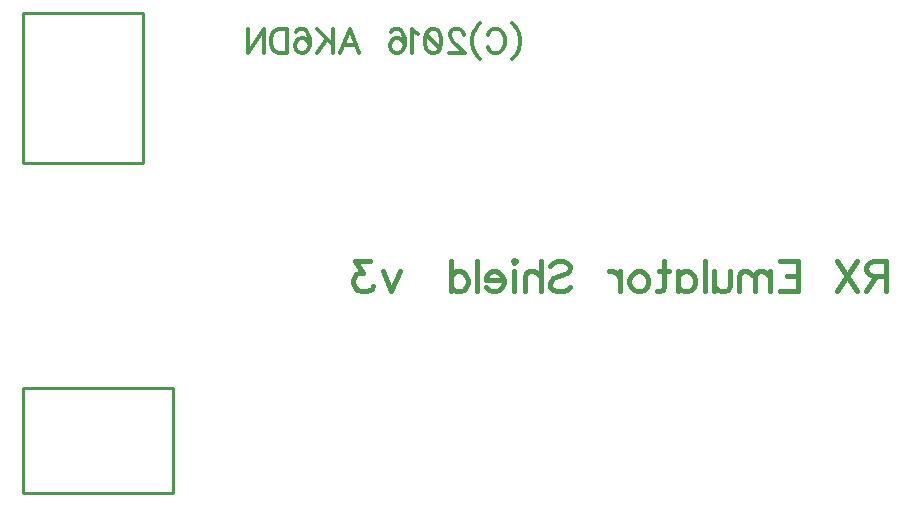
<source format=gbo>
G04 DipTrace 2.4.0.2*
%INBottomSilk.gbr*%
%MOIN*%
%ADD10C,0.01*%
%ADD53C,0.0124*%
%ADD54C,0.0154*%
%FSLAX44Y44*%
G04*
G70*
G90*
G75*
G01*
%LNBotSilk*%
%LPD*%
X3937Y21437D2*
D10*
X7937D1*
Y16437D1*
X3937D1*
Y21437D1*
Y8937D2*
X8937D1*
Y5437D1*
X3937D1*
Y8937D1*
X20237Y21125D2*
D53*
X20313Y21049D1*
X20390Y20934D1*
X20466Y20781D1*
X20504Y20589D1*
Y20436D1*
X20466Y20245D1*
X20390Y20092D1*
X20313Y19977D1*
X20237Y19901D1*
X19416Y20725D2*
X19454Y20801D1*
X19531Y20878D1*
X19607Y20916D1*
X19760D1*
X19837Y20878D1*
X19913Y20801D1*
X19951Y20725D1*
X19989Y20610D1*
Y20418D1*
X19951Y20304D1*
X19913Y20227D1*
X19837Y20151D1*
X19760Y20112D1*
X19607D1*
X19531Y20151D1*
X19454Y20227D1*
X19416Y20304D1*
X19169Y21125D2*
X19092Y21049D1*
X19016Y20934D1*
X18939Y20781D1*
X18901Y20589D1*
Y20436D1*
X18939Y20245D1*
X19016Y20092D1*
X19092Y19977D1*
X19169Y19901D1*
X18615Y20724D2*
Y20762D1*
X18577Y20839D1*
X18539Y20877D1*
X18462Y20915D1*
X18309D1*
X18233Y20877D1*
X18195Y20839D1*
X18156Y20762D1*
Y20686D1*
X18195Y20609D1*
X18271Y20495D1*
X18654Y20112D1*
X18118D1*
X17641Y20915D2*
X17756Y20877D1*
X17833Y20762D1*
X17871Y20571D1*
Y20456D1*
X17833Y20265D1*
X17756Y20150D1*
X17641Y20112D1*
X17565D1*
X17450Y20150D1*
X17374Y20265D1*
X17335Y20456D1*
Y20571D1*
X17374Y20762D1*
X17450Y20877D1*
X17565Y20915D1*
X17641D1*
X17374Y20762D2*
X17833Y20265D1*
X17088Y20762D2*
X17011Y20801D1*
X16896Y20915D1*
Y20112D1*
X16190Y20801D2*
X16228Y20877D1*
X16343Y20915D1*
X16419D1*
X16534Y20877D1*
X16611Y20762D1*
X16649Y20571D1*
Y20380D1*
X16611Y20227D1*
X16534Y20150D1*
X16419Y20112D1*
X16381D1*
X16267Y20150D1*
X16190Y20227D1*
X16152Y20342D1*
Y20380D1*
X16190Y20495D1*
X16267Y20571D1*
X16381Y20609D1*
X16419D1*
X16534Y20571D1*
X16611Y20495D1*
X16649Y20380D1*
X14514Y20112D2*
X14821Y20916D1*
X15127Y20112D1*
X15012Y20380D2*
X14629D1*
X14267Y20916D2*
Y20112D1*
X13731Y20916D2*
X14267Y20380D1*
X14076Y20572D2*
X13731Y20112D1*
X13025Y20801D2*
X13063Y20877D1*
X13178Y20915D1*
X13254D1*
X13369Y20877D1*
X13446Y20762D1*
X13484Y20571D1*
Y20380D1*
X13446Y20227D1*
X13369Y20150D1*
X13254Y20112D1*
X13216D1*
X13102Y20150D1*
X13025Y20227D1*
X12987Y20342D1*
Y20380D1*
X13025Y20495D1*
X13102Y20571D1*
X13216Y20609D1*
X13254D1*
X13369Y20571D1*
X13446Y20495D1*
X13484Y20380D1*
X12740Y20916D2*
Y20112D1*
X12472D1*
X12357Y20151D1*
X12281Y20227D1*
X12243Y20304D1*
X12204Y20418D1*
Y20610D1*
X12243Y20725D1*
X12281Y20801D1*
X12357Y20878D1*
X12472Y20916D1*
X12740D1*
X11422D2*
Y20112D1*
X11957Y20916D1*
Y20112D1*
X32705Y12696D2*
D54*
X32275D1*
X32131Y12745D1*
X32083Y12793D1*
X32035Y12888D1*
Y12984D1*
X32083Y13079D1*
X32131Y13127D1*
X32275Y13175D1*
X32705D1*
Y12170D1*
X32370Y12696D2*
X32035Y12170D1*
X31726Y13175D2*
X31057Y12170D1*
Y13175D2*
X31726Y12170D1*
X29155Y13175D2*
X29776D1*
Y12170D1*
X29155D1*
X29776Y12696D2*
X29393D1*
X28846Y12840D2*
Y12170D1*
Y12649D2*
X28702Y12793D1*
X28606Y12840D1*
X28463D1*
X28367Y12793D1*
X28320Y12649D1*
Y12170D1*
Y12649D2*
X28176Y12793D1*
X28080Y12840D1*
X27937D1*
X27841Y12793D1*
X27792Y12649D1*
Y12170D1*
X27483Y12840D2*
Y12361D1*
X27436Y12219D1*
X27340Y12170D1*
X27196D1*
X27101Y12219D1*
X26957Y12361D1*
Y12840D2*
Y12170D1*
X26649Y13175D2*
Y12170D1*
X25766Y12840D2*
Y12170D1*
Y12696D2*
X25861Y12793D1*
X25957Y12840D1*
X26100D1*
X26196Y12793D1*
X26291Y12696D1*
X26340Y12553D1*
Y12458D1*
X26291Y12314D1*
X26196Y12219D1*
X26100Y12170D1*
X25957D1*
X25861Y12219D1*
X25766Y12314D1*
X25314Y13175D2*
Y12361D1*
X25266Y12219D1*
X25170Y12170D1*
X25075D1*
X25457Y12840D2*
X25122D1*
X24527D2*
X24622Y12793D1*
X24718Y12696D1*
X24766Y12553D1*
Y12458D1*
X24718Y12314D1*
X24622Y12219D1*
X24527Y12170D1*
X24384D1*
X24287Y12219D1*
X24192Y12314D1*
X24144Y12458D1*
Y12553D1*
X24192Y12696D1*
X24287Y12793D1*
X24384Y12840D1*
X24527D1*
X23835D2*
Y12170D1*
Y12553D2*
X23786Y12696D1*
X23691Y12793D1*
X23595Y12840D1*
X23451D1*
X21501Y13031D2*
X21596Y13127D1*
X21739Y13175D1*
X21931D1*
X22074Y13127D1*
X22171Y13031D1*
Y12936D1*
X22122Y12840D1*
X22074Y12793D1*
X21979Y12745D1*
X21692Y12649D1*
X21596Y12601D1*
X21548Y12553D1*
X21501Y12458D1*
Y12314D1*
X21596Y12219D1*
X21739Y12170D1*
X21931D1*
X22074Y12219D1*
X22171Y12314D1*
X21192Y13175D2*
Y12170D1*
Y12649D2*
X21048Y12793D1*
X20952Y12840D1*
X20808D1*
X20713Y12793D1*
X20666Y12649D1*
Y12170D1*
X20357Y13175D2*
X20309Y13127D1*
X20261Y13175D1*
X20309Y13224D1*
X20357Y13175D1*
X20309Y12840D2*
Y12170D1*
X19952Y12553D2*
X19378D1*
Y12649D1*
X19426Y12745D1*
X19473Y12793D1*
X19570Y12840D1*
X19713D1*
X19808Y12793D1*
X19904Y12696D1*
X19952Y12553D1*
Y12458D1*
X19904Y12314D1*
X19808Y12219D1*
X19713Y12170D1*
X19570D1*
X19473Y12219D1*
X19378Y12314D1*
X19069Y13175D2*
Y12170D1*
X18187Y13175D2*
Y12170D1*
Y12696D2*
X18282Y12793D1*
X18378Y12840D1*
X18522D1*
X18617Y12793D1*
X18713Y12696D1*
X18761Y12553D1*
Y12458D1*
X18713Y12314D1*
X18617Y12219D1*
X18522Y12170D1*
X18378D1*
X18282Y12219D1*
X18187Y12314D1*
X16489Y12840D2*
X16202Y12170D1*
X15916Y12840D1*
X15511Y13174D2*
X14986D1*
X15272Y12791D1*
X15128D1*
X15033Y12744D1*
X14986Y12696D1*
X14937Y12553D1*
Y12458D1*
X14986Y12314D1*
X15081Y12218D1*
X15224Y12170D1*
X15368D1*
X15511Y12218D1*
X15558Y12266D1*
X15607Y12361D1*
M02*

</source>
